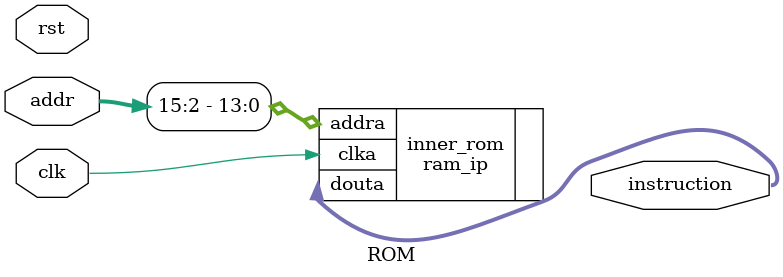
<source format=v>
`timescale 1ns / 1ps


module ROM(
    input clk,
    input rst,
    input [31:0] addr,
    output [31:0] instruction
    );

    ram_ip inner_rom(
        .addra(addr[15:2]),
        .clka(clk),
        .douta(instruction)
    );
endmodule

</source>
